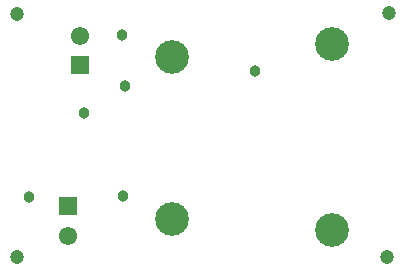
<source format=gbs>
G04*
G04 #@! TF.GenerationSoftware,Altium Limited,Altium Designer,22.5.1 (42)*
G04*
G04 Layer_Color=16711935*
%FSLAX25Y25*%
%MOIN*%
G70*
G04*
G04 #@! TF.SameCoordinates,11F32A4F-6B9E-4148-B8DF-231AA1DA3EC5*
G04*
G04*
G04 #@! TF.FilePolarity,Negative*
G04*
G01*
G75*
%ADD22C,0.11253*%
%ADD23R,0.06102X0.06102*%
%ADD24C,0.06102*%
%ADD25C,0.04737*%
%ADD26C,0.03800*%
D22*
X109047Y13291D02*
D03*
Y75102D02*
D03*
X55898Y16835D02*
D03*
Y70772D02*
D03*
D23*
X21000Y21000D02*
D03*
X25067Y68079D02*
D03*
D24*
X21000Y11157D02*
D03*
X25067Y77921D02*
D03*
D25*
X4000Y4000D02*
D03*
X127500D02*
D03*
X4000Y85000D02*
D03*
X128000Y85500D02*
D03*
D26*
X39500Y24500D02*
D03*
X40000Y61000D02*
D03*
X83500Y66000D02*
D03*
X26500Y52000D02*
D03*
X8000Y24000D02*
D03*
X39000Y78000D02*
D03*
M02*

</source>
